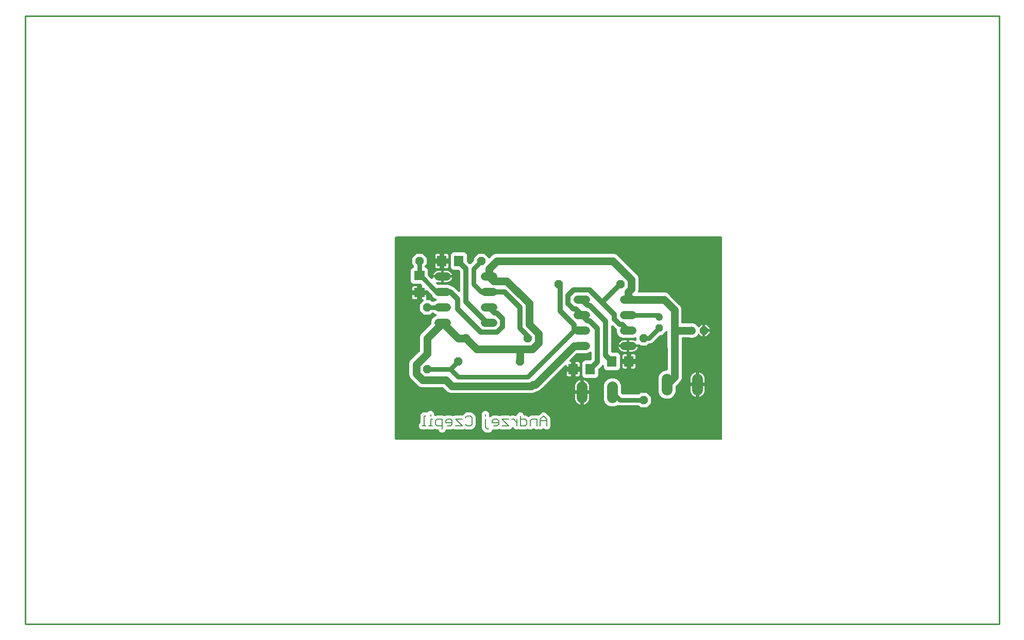
<source format=gbr>
G04 EAGLE Gerber RS-274X export*
G75*
%MOMM*%
%FSLAX34Y34*%
%LPD*%
%INBottom Copper*%
%IPPOS*%
%AMOC8*
5,1,8,0,0,1.08239X$1,22.5*%
G01*
%ADD10C,0.152400*%
%ADD11R,1.600000X1.800000*%
%ADD12R,1.800000X1.600000*%
%ADD13P,1.319650X8X292.500000*%
%ADD14C,1.219200*%
%ADD15P,1.429621X8X22.500000*%
%ADD16C,1.320800*%
%ADD17C,1.790700*%
%ADD18P,1.429621X8X202.500000*%
%ADD19P,1.429621X8X292.500000*%
%ADD20P,1.429621X8X112.500000*%
%ADD21C,1.320800*%
%ADD22C,1.270000*%
%ADD23C,0.762000*%
%ADD24C,0.812800*%
%ADD25C,0.254000*%

G36*
X1143018Y302771D02*
X1143018Y302771D01*
X1143036Y302769D01*
X1143218Y302790D01*
X1143401Y302809D01*
X1143418Y302814D01*
X1143435Y302816D01*
X1143610Y302873D01*
X1143786Y302927D01*
X1143801Y302935D01*
X1143818Y302941D01*
X1143978Y303031D01*
X1144140Y303119D01*
X1144153Y303130D01*
X1144169Y303139D01*
X1144308Y303259D01*
X1144449Y303376D01*
X1144460Y303390D01*
X1144474Y303402D01*
X1144586Y303547D01*
X1144701Y303690D01*
X1144709Y303706D01*
X1144720Y303720D01*
X1144802Y303885D01*
X1144887Y304047D01*
X1144892Y304064D01*
X1144900Y304081D01*
X1144947Y304259D01*
X1144998Y304434D01*
X1145000Y304452D01*
X1145004Y304469D01*
X1145031Y304800D01*
X1145031Y635000D01*
X1145029Y635018D01*
X1145031Y635036D01*
X1145010Y635218D01*
X1144991Y635401D01*
X1144986Y635418D01*
X1144984Y635435D01*
X1144927Y635610D01*
X1144873Y635786D01*
X1144865Y635801D01*
X1144859Y635818D01*
X1144769Y635978D01*
X1144681Y636140D01*
X1144670Y636153D01*
X1144661Y636169D01*
X1144541Y636308D01*
X1144424Y636449D01*
X1144410Y636460D01*
X1144398Y636474D01*
X1144253Y636586D01*
X1144110Y636701D01*
X1144094Y636709D01*
X1144080Y636720D01*
X1143915Y636802D01*
X1143753Y636887D01*
X1143736Y636892D01*
X1143720Y636900D01*
X1143541Y636947D01*
X1143366Y636998D01*
X1143348Y637000D01*
X1143331Y637004D01*
X1143000Y637031D01*
X609600Y637031D01*
X609582Y637029D01*
X609564Y637031D01*
X609382Y637010D01*
X609199Y636991D01*
X609182Y636986D01*
X609165Y636984D01*
X608990Y636927D01*
X608814Y636873D01*
X608799Y636865D01*
X608782Y636859D01*
X608622Y636769D01*
X608460Y636681D01*
X608447Y636670D01*
X608431Y636661D01*
X608292Y636541D01*
X608151Y636424D01*
X608140Y636410D01*
X608127Y636398D01*
X608014Y636253D01*
X607899Y636110D01*
X607891Y636094D01*
X607880Y636080D01*
X607798Y635915D01*
X607713Y635753D01*
X607708Y635736D01*
X607700Y635720D01*
X607653Y635541D01*
X607602Y635366D01*
X607600Y635348D01*
X607596Y635331D01*
X607569Y635000D01*
X607569Y304800D01*
X607571Y304782D01*
X607569Y304764D01*
X607590Y304582D01*
X607609Y304399D01*
X607614Y304382D01*
X607616Y304365D01*
X607673Y304190D01*
X607727Y304014D01*
X607735Y303999D01*
X607741Y303982D01*
X607831Y303822D01*
X607919Y303660D01*
X607930Y303647D01*
X607939Y303631D01*
X608059Y303492D01*
X608176Y303351D01*
X608190Y303340D01*
X608202Y303327D01*
X608347Y303214D01*
X608490Y303099D01*
X608506Y303091D01*
X608520Y303080D01*
X608685Y302998D01*
X608847Y302913D01*
X608864Y302908D01*
X608881Y302900D01*
X609059Y302853D01*
X609234Y302802D01*
X609252Y302800D01*
X609269Y302796D01*
X609600Y302769D01*
X1143000Y302769D01*
X1143018Y302771D01*
G37*
%LPC*%
G36*
X1051708Y370712D02*
X1051708Y370712D01*
X1046550Y372849D01*
X1042602Y376797D01*
X1040466Y381955D01*
X1040466Y405445D01*
X1042602Y410603D01*
X1046550Y414551D01*
X1046778Y414646D01*
X1051682Y416677D01*
X1051708Y416688D01*
X1053656Y416688D01*
X1053677Y416690D01*
X1053698Y416688D01*
X1053877Y416710D01*
X1054057Y416728D01*
X1054077Y416734D01*
X1054098Y416736D01*
X1054269Y416793D01*
X1054442Y416846D01*
X1054460Y416856D01*
X1054481Y416862D01*
X1054637Y416952D01*
X1054796Y417038D01*
X1054812Y417051D01*
X1054831Y417062D01*
X1054967Y417180D01*
X1055105Y417295D01*
X1055118Y417312D01*
X1055134Y417326D01*
X1055245Y417469D01*
X1055357Y417609D01*
X1055367Y417628D01*
X1055380Y417645D01*
X1055460Y417807D01*
X1055543Y417966D01*
X1055549Y417987D01*
X1055558Y418006D01*
X1055604Y418180D01*
X1055654Y418353D01*
X1055656Y418374D01*
X1055662Y418395D01*
X1055688Y418726D01*
X1055654Y429086D01*
X1055488Y479795D01*
X1055488Y479800D01*
X1055488Y479806D01*
X1055467Y480001D01*
X1055447Y480195D01*
X1055445Y480201D01*
X1055445Y480206D01*
X1055385Y480395D01*
X1055328Y480580D01*
X1055325Y480585D01*
X1055323Y480590D01*
X1055228Y480763D01*
X1055135Y480933D01*
X1055131Y480937D01*
X1055128Y480942D01*
X1055003Y481090D01*
X1054876Y481242D01*
X1054871Y481245D01*
X1054868Y481249D01*
X1054717Y481369D01*
X1054561Y481493D01*
X1054556Y481496D01*
X1054552Y481499D01*
X1054378Y481587D01*
X1054204Y481677D01*
X1054198Y481679D01*
X1054193Y481681D01*
X1054006Y481734D01*
X1053816Y481787D01*
X1053811Y481788D01*
X1053805Y481789D01*
X1053609Y481804D01*
X1053415Y481819D01*
X1053409Y481818D01*
X1053404Y481819D01*
X1053207Y481794D01*
X1053015Y481771D01*
X1053010Y481769D01*
X1053004Y481768D01*
X1052818Y481706D01*
X1052633Y481645D01*
X1052628Y481642D01*
X1052623Y481640D01*
X1052453Y481542D01*
X1052283Y481446D01*
X1052279Y481442D01*
X1052274Y481439D01*
X1052021Y481224D01*
X1046030Y475233D01*
X1043638Y475233D01*
X1043611Y475231D01*
X1043585Y475233D01*
X1043411Y475211D01*
X1043237Y475193D01*
X1043212Y475186D01*
X1043185Y475182D01*
X1043019Y475126D01*
X1042852Y475075D01*
X1042829Y475062D01*
X1042804Y475054D01*
X1042652Y474967D01*
X1042498Y474883D01*
X1042478Y474866D01*
X1042455Y474853D01*
X1042202Y474638D01*
X1032713Y465149D01*
X1029926Y462363D01*
X1026659Y461009D01*
X1024475Y461009D01*
X1024449Y461007D01*
X1024422Y461009D01*
X1024248Y460987D01*
X1024075Y460969D01*
X1024049Y460962D01*
X1024023Y460958D01*
X1023857Y460903D01*
X1023690Y460851D01*
X1023666Y460838D01*
X1023641Y460830D01*
X1023489Y460743D01*
X1023336Y460659D01*
X1023315Y460642D01*
X1023292Y460629D01*
X1023039Y460414D01*
X1020840Y458215D01*
X1011160Y458215D01*
X1009808Y459567D01*
X1009678Y459674D01*
X1009551Y459785D01*
X1009522Y459801D01*
X1009497Y459822D01*
X1009348Y459901D01*
X1009202Y459985D01*
X1009170Y459995D01*
X1009141Y460011D01*
X1008980Y460059D01*
X1008820Y460112D01*
X1008787Y460116D01*
X1008755Y460126D01*
X1008587Y460141D01*
X1008420Y460162D01*
X1008387Y460159D01*
X1008354Y460162D01*
X1008186Y460144D01*
X1008019Y460131D01*
X1007987Y460122D01*
X1007954Y460119D01*
X1007793Y460068D01*
X1007631Y460022D01*
X1007602Y460007D01*
X1007570Y459997D01*
X1007423Y459916D01*
X1007273Y459839D01*
X1007247Y459818D01*
X1007218Y459802D01*
X1007089Y459693D01*
X1006957Y459589D01*
X1006936Y459563D01*
X1006911Y459542D01*
X1006806Y459410D01*
X1006698Y459281D01*
X1006682Y459252D01*
X1006665Y459231D01*
X992631Y459231D01*
X992631Y466345D01*
X997924Y466345D01*
X999345Y466120D01*
X1000714Y465675D01*
X1001362Y465345D01*
X1001449Y465311D01*
X1001531Y465268D01*
X1001636Y465238D01*
X1001737Y465199D01*
X1001829Y465182D01*
X1001918Y465157D01*
X1002027Y465148D01*
X1002133Y465129D01*
X1002227Y465131D01*
X1002320Y465124D01*
X1002427Y465136D01*
X1002536Y465139D01*
X1002627Y465160D01*
X1002719Y465171D01*
X1002823Y465204D01*
X1002929Y465228D01*
X1003014Y465267D01*
X1003102Y465296D01*
X1003197Y465349D01*
X1003296Y465393D01*
X1003372Y465448D01*
X1003453Y465493D01*
X1003535Y465564D01*
X1003623Y465628D01*
X1003687Y465696D01*
X1003758Y465757D01*
X1003824Y465842D01*
X1003898Y465922D01*
X1003947Y466001D01*
X1004004Y466075D01*
X1004053Y466172D01*
X1004110Y466264D01*
X1004142Y466352D01*
X1004184Y466435D01*
X1004212Y466540D01*
X1004249Y466642D01*
X1004264Y466734D01*
X1004288Y466824D01*
X1004299Y466958D01*
X1004312Y467040D01*
X1004310Y467089D01*
X1004315Y467155D01*
X1004315Y469858D01*
X1004314Y469872D01*
X1004315Y469885D01*
X1004294Y470071D01*
X1004275Y470259D01*
X1004271Y470272D01*
X1004270Y470285D01*
X1004212Y470464D01*
X1004157Y470644D01*
X1004151Y470655D01*
X1004147Y470668D01*
X1004055Y470833D01*
X1003965Y470998D01*
X1003957Y471008D01*
X1003950Y471020D01*
X1003828Y471162D01*
X1003708Y471307D01*
X1003697Y471315D01*
X1003689Y471326D01*
X1003541Y471441D01*
X1003394Y471559D01*
X1003382Y471565D01*
X1003372Y471574D01*
X1003203Y471658D01*
X1003037Y471745D01*
X1003024Y471749D01*
X1003012Y471755D01*
X1002831Y471804D01*
X1002650Y471856D01*
X1002636Y471857D01*
X1002623Y471861D01*
X1002435Y471874D01*
X1002248Y471889D01*
X1002235Y471888D01*
X1002222Y471888D01*
X1002034Y471864D01*
X1001849Y471842D01*
X1001836Y471838D01*
X1001823Y471836D01*
X1001507Y471735D01*
X999528Y470915D01*
X981672Y470915D01*
X977377Y472694D01*
X974090Y475981D01*
X972311Y480276D01*
X972311Y483640D01*
X972309Y483666D01*
X972311Y483693D01*
X972289Y483867D01*
X972271Y484040D01*
X972264Y484066D01*
X972260Y484092D01*
X972204Y484258D01*
X972153Y484425D01*
X972140Y484449D01*
X972132Y484474D01*
X972045Y484625D01*
X971961Y484779D01*
X971944Y484800D01*
X971931Y484823D01*
X971716Y485076D01*
X969435Y487358D01*
X966412Y490380D01*
X966405Y490386D01*
X966400Y490393D01*
X966250Y490513D01*
X966101Y490635D01*
X966093Y490639D01*
X966086Y490645D01*
X965916Y490733D01*
X965745Y490824D01*
X965736Y490826D01*
X965729Y490830D01*
X965544Y490883D01*
X965359Y490939D01*
X965350Y490939D01*
X965342Y490942D01*
X965151Y490957D01*
X964958Y490975D01*
X964949Y490974D01*
X964940Y490975D01*
X964751Y490952D01*
X964558Y490932D01*
X964549Y490929D01*
X964541Y490928D01*
X964359Y490868D01*
X964174Y490810D01*
X964166Y490806D01*
X964158Y490803D01*
X963989Y490708D01*
X963822Y490615D01*
X963815Y490609D01*
X963807Y490605D01*
X963661Y490479D01*
X963515Y490355D01*
X963509Y490348D01*
X963502Y490342D01*
X963385Y490190D01*
X963265Y490039D01*
X963261Y490031D01*
X963256Y490024D01*
X963170Y489852D01*
X963083Y489680D01*
X963080Y489671D01*
X963076Y489663D01*
X963026Y489477D01*
X962975Y489292D01*
X962974Y489283D01*
X962972Y489274D01*
X962945Y488944D01*
X962945Y447912D01*
X962947Y447894D01*
X962945Y447876D01*
X962966Y447694D01*
X962985Y447511D01*
X962990Y447494D01*
X962992Y447477D01*
X963049Y447302D01*
X963103Y447126D01*
X963111Y447111D01*
X963117Y447094D01*
X963207Y446934D01*
X963295Y446772D01*
X963306Y446759D01*
X963315Y446743D01*
X963435Y446604D01*
X963552Y446463D01*
X963566Y446452D01*
X963578Y446438D01*
X963723Y446326D01*
X963866Y446211D01*
X963882Y446203D01*
X963896Y446192D01*
X964061Y446110D01*
X964223Y446025D01*
X964240Y446020D01*
X964256Y446012D01*
X964435Y445965D01*
X964610Y445914D01*
X964628Y445912D01*
X964645Y445908D01*
X964976Y445881D01*
X972911Y445881D01*
X974778Y445107D01*
X976207Y443678D01*
X976981Y441811D01*
X976981Y421789D01*
X976207Y419922D01*
X974778Y418493D01*
X972911Y417719D01*
X954889Y417719D01*
X953022Y418493D01*
X951593Y419922D01*
X950819Y421789D01*
X950819Y423683D01*
X950818Y423692D01*
X950819Y423701D01*
X950799Y423891D01*
X950779Y424083D01*
X950777Y424092D01*
X950776Y424101D01*
X950718Y424283D01*
X950661Y424468D01*
X950657Y424476D01*
X950654Y424485D01*
X950561Y424653D01*
X950469Y424822D01*
X950464Y424829D01*
X950459Y424837D01*
X950335Y424984D01*
X950212Y425132D01*
X950205Y425137D01*
X950199Y425144D01*
X950048Y425263D01*
X949898Y425384D01*
X949890Y425388D01*
X949883Y425394D01*
X949710Y425481D01*
X949541Y425569D01*
X949532Y425572D01*
X949524Y425576D01*
X949338Y425628D01*
X949154Y425681D01*
X949145Y425682D01*
X949136Y425684D01*
X948943Y425698D01*
X948752Y425714D01*
X948744Y425713D01*
X948735Y425713D01*
X948542Y425689D01*
X948353Y425667D01*
X948344Y425664D01*
X948335Y425663D01*
X948152Y425602D01*
X947970Y425542D01*
X947962Y425538D01*
X947954Y425535D01*
X947788Y425439D01*
X947619Y425344D01*
X947612Y425338D01*
X947605Y425334D01*
X947352Y425119D01*
X944694Y422462D01*
X942076Y419843D01*
X942059Y419822D01*
X942038Y419805D01*
X941931Y419667D01*
X941821Y419532D01*
X941808Y419508D01*
X941792Y419487D01*
X941714Y419330D01*
X941632Y419176D01*
X941624Y419150D01*
X941612Y419126D01*
X941567Y418957D01*
X941517Y418790D01*
X941515Y418763D01*
X941508Y418737D01*
X941481Y418407D01*
X941481Y409089D01*
X940707Y407222D01*
X939278Y405793D01*
X937411Y405019D01*
X919389Y405019D01*
X917522Y405793D01*
X916093Y407222D01*
X915319Y409089D01*
X915319Y429111D01*
X916093Y430978D01*
X917522Y432407D01*
X918776Y432927D01*
X919389Y433181D01*
X928624Y433181D01*
X928642Y433183D01*
X928660Y433181D01*
X928842Y433202D01*
X929025Y433221D01*
X929042Y433226D01*
X929059Y433228D01*
X929234Y433285D01*
X929410Y433339D01*
X929425Y433347D01*
X929442Y433353D01*
X929602Y433443D01*
X929764Y433531D01*
X929777Y433542D01*
X929793Y433551D01*
X929932Y433671D01*
X930073Y433788D01*
X930084Y433802D01*
X930098Y433814D01*
X930210Y433959D01*
X930325Y434102D01*
X930333Y434118D01*
X930344Y434132D01*
X930426Y434297D01*
X930511Y434459D01*
X930516Y434476D01*
X930524Y434492D01*
X930571Y434671D01*
X930622Y434846D01*
X930624Y434864D01*
X930628Y434881D01*
X930655Y435212D01*
X930655Y445510D01*
X930654Y445524D01*
X930655Y445537D01*
X930634Y445723D01*
X930615Y445911D01*
X930611Y445924D01*
X930610Y445937D01*
X930552Y446116D01*
X930497Y446296D01*
X930491Y446308D01*
X930487Y446320D01*
X930395Y446485D01*
X930305Y446650D01*
X930297Y446660D01*
X930290Y446672D01*
X930168Y446815D01*
X930048Y446959D01*
X930037Y446967D01*
X930029Y446978D01*
X929880Y447094D01*
X929734Y447211D01*
X929722Y447218D01*
X929712Y447226D01*
X929543Y447311D01*
X929377Y447397D01*
X929364Y447401D01*
X929352Y447407D01*
X929170Y447456D01*
X928990Y447508D01*
X928976Y447509D01*
X928963Y447513D01*
X928775Y447526D01*
X928588Y447541D01*
X928575Y447540D01*
X928562Y447541D01*
X928374Y447516D01*
X928189Y447494D01*
X928176Y447490D01*
X928163Y447488D01*
X927847Y447387D01*
X923328Y445515D01*
X907022Y445515D01*
X906996Y445513D01*
X906969Y445515D01*
X906795Y445493D01*
X906621Y445475D01*
X906596Y445468D01*
X906569Y445464D01*
X906404Y445409D01*
X906237Y445357D01*
X906213Y445344D01*
X906188Y445336D01*
X906036Y445249D01*
X905883Y445165D01*
X905862Y445148D01*
X905839Y445135D01*
X905586Y444920D01*
X894774Y434108D01*
X894768Y434101D01*
X894761Y434096D01*
X894641Y433946D01*
X894519Y433797D01*
X894514Y433789D01*
X894509Y433782D01*
X894420Y433611D01*
X894330Y433441D01*
X894328Y433433D01*
X894323Y433425D01*
X894270Y433239D01*
X894215Y433055D01*
X894214Y433046D01*
X894212Y433038D01*
X894196Y432846D01*
X894179Y432654D01*
X894180Y432645D01*
X894179Y432636D01*
X894201Y432447D01*
X894222Y432254D01*
X894225Y432245D01*
X894226Y432237D01*
X894285Y432055D01*
X894344Y431870D01*
X894348Y431862D01*
X894351Y431854D01*
X894446Y431685D01*
X894539Y431518D01*
X894544Y431511D01*
X894549Y431503D01*
X894675Y431357D01*
X894799Y431211D01*
X894806Y431205D01*
X894812Y431198D01*
X894963Y431081D01*
X895115Y430961D01*
X895123Y430957D01*
X895130Y430952D01*
X895302Y430866D01*
X895474Y430779D01*
X895483Y430776D01*
X895491Y430772D01*
X895677Y430722D01*
X895862Y430671D01*
X895871Y430670D01*
X895879Y430668D01*
X896210Y430641D01*
X896401Y430641D01*
X896401Y423099D01*
X889859Y423099D01*
X889859Y424290D01*
X889858Y424299D01*
X889859Y424308D01*
X889838Y424501D01*
X889819Y424691D01*
X889817Y424699D01*
X889816Y424708D01*
X889757Y424892D01*
X889701Y425075D01*
X889697Y425083D01*
X889694Y425092D01*
X889601Y425260D01*
X889509Y425429D01*
X889504Y425436D01*
X889499Y425444D01*
X889375Y425591D01*
X889252Y425739D01*
X889245Y425744D01*
X889239Y425751D01*
X889087Y425871D01*
X888938Y425991D01*
X888930Y425995D01*
X888923Y426001D01*
X888750Y426089D01*
X888581Y426177D01*
X888572Y426179D01*
X888564Y426183D01*
X888378Y426235D01*
X888194Y426288D01*
X888185Y426289D01*
X888176Y426291D01*
X887983Y426305D01*
X887792Y426321D01*
X887784Y426320D01*
X887775Y426320D01*
X887582Y426296D01*
X887393Y426274D01*
X887384Y426271D01*
X887375Y426270D01*
X887193Y426209D01*
X887010Y426149D01*
X887002Y426145D01*
X886994Y426142D01*
X886827Y426046D01*
X886659Y425951D01*
X886652Y425945D01*
X886645Y425941D01*
X886392Y425726D01*
X848176Y387511D01*
X844675Y384009D01*
X840474Y382269D01*
X839929Y382269D01*
X839902Y382267D01*
X839875Y382269D01*
X839702Y382247D01*
X839528Y382229D01*
X839503Y382222D01*
X839476Y382218D01*
X839310Y382163D01*
X839143Y382111D01*
X839120Y382098D01*
X839094Y382090D01*
X838943Y382003D01*
X838789Y381919D01*
X838769Y381902D01*
X838745Y381889D01*
X838492Y381674D01*
X838288Y381469D01*
X834253Y379798D01*
X834086Y379729D01*
X698766Y379729D01*
X694565Y381469D01*
X686994Y389040D01*
X686973Y389057D01*
X686956Y389078D01*
X686818Y389185D01*
X686683Y389295D01*
X686659Y389308D01*
X686638Y389324D01*
X686481Y389402D01*
X686327Y389484D01*
X686301Y389492D01*
X686277Y389504D01*
X686108Y389549D01*
X685941Y389599D01*
X685914Y389601D01*
X685889Y389608D01*
X685558Y389635D01*
X650656Y389635D01*
X646455Y391375D01*
X632675Y405155D01*
X630935Y409356D01*
X630935Y428844D01*
X632675Y433045D01*
X646506Y446876D01*
X646614Y446934D01*
X646638Y446953D01*
X646665Y446969D01*
X646918Y447184D01*
X648374Y448640D01*
X648391Y448661D01*
X648412Y448678D01*
X648519Y448816D01*
X648629Y448951D01*
X648642Y448975D01*
X648658Y448996D01*
X648736Y449153D01*
X648818Y449307D01*
X648826Y449333D01*
X648838Y449357D01*
X648883Y449526D01*
X648933Y449693D01*
X648935Y449720D01*
X648942Y449745D01*
X648969Y450076D01*
X648969Y472174D01*
X650709Y476375D01*
X666916Y492582D01*
X666933Y492603D01*
X666954Y492620D01*
X667061Y492758D01*
X667171Y492893D01*
X667184Y492917D01*
X667200Y492938D01*
X667278Y493095D01*
X667360Y493249D01*
X667368Y493275D01*
X667380Y493299D01*
X667425Y493468D01*
X667475Y493635D01*
X667477Y493662D01*
X667484Y493687D01*
X667511Y494018D01*
X667511Y497624D01*
X669290Y501919D01*
X672577Y505206D01*
X674792Y506123D01*
X674800Y506128D01*
X674809Y506130D01*
X674979Y506223D01*
X675147Y506314D01*
X675154Y506319D01*
X675162Y506324D01*
X675310Y506448D01*
X675458Y506570D01*
X675463Y506577D01*
X675470Y506583D01*
X675590Y506733D01*
X675711Y506883D01*
X675715Y506891D01*
X675721Y506898D01*
X675808Y507067D01*
X675898Y507239D01*
X675901Y507248D01*
X675905Y507256D01*
X675957Y507438D01*
X676011Y507626D01*
X676012Y507635D01*
X676015Y507643D01*
X676029Y507834D01*
X676046Y508027D01*
X676045Y508036D01*
X676046Y508044D01*
X676022Y508235D01*
X676001Y508427D01*
X675998Y508435D01*
X675997Y508444D01*
X675937Y508626D01*
X675878Y508810D01*
X675873Y508818D01*
X675870Y508826D01*
X675775Y508994D01*
X675681Y509162D01*
X675676Y509168D01*
X675671Y509176D01*
X675544Y509322D01*
X675419Y509467D01*
X675412Y509473D01*
X675407Y509480D01*
X675254Y509597D01*
X675102Y509716D01*
X675094Y509720D01*
X675087Y509725D01*
X674792Y509877D01*
X672577Y510794D01*
X672157Y511214D01*
X672136Y511231D01*
X672119Y511252D01*
X671981Y511359D01*
X671845Y511469D01*
X671822Y511482D01*
X671801Y511498D01*
X671644Y511576D01*
X671490Y511658D01*
X671464Y511666D01*
X671440Y511678D01*
X671271Y511723D01*
X671104Y511773D01*
X671077Y511775D01*
X671051Y511782D01*
X670721Y511809D01*
X668875Y511809D01*
X668849Y511807D01*
X668822Y511809D01*
X668648Y511787D01*
X668475Y511769D01*
X668449Y511762D01*
X668423Y511758D01*
X668257Y511703D01*
X668090Y511651D01*
X668066Y511638D01*
X668041Y511630D01*
X667889Y511543D01*
X667736Y511459D01*
X667715Y511442D01*
X667692Y511429D01*
X667439Y511214D01*
X665240Y509015D01*
X655560Y509015D01*
X648715Y515860D01*
X648715Y525540D01*
X653967Y530792D01*
X653973Y530799D01*
X653980Y530804D01*
X654100Y530954D01*
X654222Y531103D01*
X654226Y531111D01*
X654232Y531118D01*
X654320Y531288D01*
X654411Y531459D01*
X654413Y531468D01*
X654417Y531475D01*
X654471Y531660D01*
X654526Y531845D01*
X654526Y531854D01*
X654529Y531862D01*
X654544Y532054D01*
X654562Y532246D01*
X654561Y532255D01*
X654562Y532264D01*
X654539Y532453D01*
X654519Y532646D01*
X654516Y532655D01*
X654515Y532663D01*
X654455Y532845D01*
X654397Y533030D01*
X654393Y533038D01*
X654390Y533046D01*
X654295Y533215D01*
X654202Y533382D01*
X654196Y533389D01*
X654192Y533397D01*
X654066Y533543D01*
X653942Y533689D01*
X653935Y533695D01*
X653929Y533702D01*
X653777Y533819D01*
X653626Y533939D01*
X653618Y533943D01*
X653611Y533948D01*
X653439Y534034D01*
X653267Y534121D01*
X653258Y534124D01*
X653250Y534128D01*
X653064Y534178D01*
X652879Y534229D01*
X652870Y534230D01*
X652861Y534232D01*
X652531Y534259D01*
X651699Y534259D01*
X651699Y540801D01*
X659241Y540801D01*
X659241Y536465D01*
X659068Y535819D01*
X658844Y535432D01*
X658783Y535298D01*
X658716Y535169D01*
X658701Y535115D01*
X658678Y535065D01*
X658645Y534922D01*
X658605Y534782D01*
X658600Y534726D01*
X658588Y534672D01*
X658584Y534526D01*
X658572Y534380D01*
X658578Y534325D01*
X658577Y534270D01*
X658602Y534126D01*
X658619Y533981D01*
X658636Y533928D01*
X658645Y533873D01*
X658698Y533737D01*
X658744Y533598D01*
X658771Y533549D01*
X658791Y533498D01*
X658870Y533374D01*
X658942Y533247D01*
X658978Y533205D01*
X659008Y533158D01*
X659109Y533053D01*
X659205Y532942D01*
X659249Y532908D01*
X659287Y532869D01*
X659407Y532785D01*
X659523Y532696D01*
X659573Y532671D01*
X659618Y532639D01*
X659752Y532582D01*
X659883Y532516D01*
X659937Y532502D01*
X659988Y532480D01*
X660131Y532450D01*
X660272Y532412D01*
X660335Y532407D01*
X660382Y532397D01*
X660466Y532396D01*
X660603Y532385D01*
X665240Y532385D01*
X667439Y530186D01*
X667460Y530169D01*
X667477Y530148D01*
X667615Y530041D01*
X667751Y529931D01*
X667774Y529918D01*
X667795Y529902D01*
X667952Y529824D01*
X668106Y529742D01*
X668132Y529734D01*
X668156Y529722D01*
X668325Y529677D01*
X668492Y529627D01*
X668519Y529625D01*
X668545Y529618D01*
X668875Y529591D01*
X670721Y529591D01*
X670747Y529593D01*
X670774Y529591D01*
X670948Y529613D01*
X671121Y529631D01*
X671147Y529638D01*
X671173Y529642D01*
X671339Y529697D01*
X671506Y529749D01*
X671530Y529762D01*
X671555Y529770D01*
X671707Y529857D01*
X671860Y529941D01*
X671881Y529958D01*
X671904Y529971D01*
X672157Y530186D01*
X672577Y530606D01*
X674792Y531523D01*
X674800Y531528D01*
X674809Y531530D01*
X674979Y531623D01*
X675147Y531714D01*
X675154Y531719D01*
X675162Y531724D01*
X675310Y531848D01*
X675458Y531970D01*
X675463Y531977D01*
X675470Y531983D01*
X675590Y532133D01*
X675711Y532283D01*
X675715Y532291D01*
X675721Y532298D01*
X675808Y532467D01*
X675898Y532639D01*
X675901Y532648D01*
X675905Y532656D01*
X675957Y532838D01*
X676011Y533026D01*
X676012Y533035D01*
X676015Y533043D01*
X676029Y533234D01*
X676046Y533427D01*
X676045Y533436D01*
X676046Y533444D01*
X676022Y533635D01*
X676001Y533827D01*
X675998Y533835D01*
X675997Y533844D01*
X675937Y534026D01*
X675878Y534210D01*
X675873Y534218D01*
X675870Y534226D01*
X675775Y534394D01*
X675681Y534562D01*
X675676Y534568D01*
X675671Y534576D01*
X675544Y534722D01*
X675419Y534867D01*
X675412Y534873D01*
X675407Y534880D01*
X675254Y534997D01*
X675102Y535116D01*
X675094Y535120D01*
X675087Y535125D01*
X674792Y535277D01*
X672577Y536194D01*
X669290Y539481D01*
X668930Y540350D01*
X668915Y540378D01*
X668906Y540407D01*
X668821Y540555D01*
X668740Y540705D01*
X668720Y540729D01*
X668705Y540756D01*
X668490Y541009D01*
X668150Y541349D01*
X668149Y541350D01*
X661295Y548204D01*
X661274Y548221D01*
X661256Y548242D01*
X661119Y548349D01*
X660983Y548459D01*
X660960Y548472D01*
X660938Y548488D01*
X660781Y548566D01*
X660627Y548648D01*
X660602Y548656D01*
X660578Y548668D01*
X660408Y548713D01*
X660242Y548763D01*
X660215Y548765D01*
X660189Y548772D01*
X659858Y548799D01*
X651699Y548799D01*
X651699Y556958D01*
X651697Y556985D01*
X651699Y557012D01*
X651677Y557186D01*
X651659Y557359D01*
X651652Y557384D01*
X651648Y557411D01*
X651593Y557577D01*
X651541Y557744D01*
X651528Y557767D01*
X651520Y557793D01*
X651433Y557944D01*
X651349Y558098D01*
X651332Y558118D01*
X651319Y558142D01*
X651104Y558395D01*
X650375Y559124D01*
X650354Y559141D01*
X650336Y559162D01*
X650199Y559269D01*
X650063Y559379D01*
X650040Y559392D01*
X650018Y559408D01*
X649861Y559486D01*
X649707Y559568D01*
X649682Y559576D01*
X649658Y559588D01*
X649488Y559633D01*
X649322Y559683D01*
X649295Y559685D01*
X649269Y559692D01*
X648938Y559719D01*
X637689Y559719D01*
X635822Y560493D01*
X634393Y561922D01*
X633619Y563789D01*
X633619Y581811D01*
X634393Y583678D01*
X635822Y585107D01*
X637555Y585825D01*
X637575Y585836D01*
X637596Y585843D01*
X637752Y585931D01*
X637910Y586015D01*
X637927Y586030D01*
X637947Y586041D01*
X638082Y586157D01*
X638221Y586272D01*
X638235Y586289D01*
X638252Y586304D01*
X638361Y586445D01*
X638474Y586584D01*
X638485Y586604D01*
X638498Y586622D01*
X638578Y586782D01*
X638661Y586941D01*
X638668Y586962D01*
X638678Y586982D01*
X638724Y587156D01*
X638774Y587327D01*
X638776Y587350D01*
X638782Y587371D01*
X638809Y587702D01*
X638809Y588425D01*
X638807Y588451D01*
X638809Y588478D01*
X638787Y588652D01*
X638769Y588825D01*
X638762Y588851D01*
X638758Y588877D01*
X638702Y589043D01*
X638651Y589210D01*
X638638Y589234D01*
X638630Y589259D01*
X638543Y589410D01*
X638459Y589564D01*
X638442Y589585D01*
X638429Y589608D01*
X638214Y589861D01*
X636015Y592060D01*
X636015Y601740D01*
X642860Y608585D01*
X652540Y608585D01*
X659385Y601740D01*
X659385Y592060D01*
X657186Y589861D01*
X657169Y589840D01*
X657148Y589823D01*
X657041Y589685D01*
X656931Y589550D01*
X656918Y589526D01*
X656902Y589505D01*
X656824Y589348D01*
X656742Y589194D01*
X656734Y589168D01*
X656722Y589144D01*
X656677Y588975D01*
X656627Y588808D01*
X656625Y588781D01*
X656618Y588755D01*
X656591Y588425D01*
X656591Y587702D01*
X656593Y587680D01*
X656591Y587657D01*
X656613Y587480D01*
X656631Y587301D01*
X656637Y587280D01*
X656640Y587258D01*
X656696Y587088D01*
X656749Y586916D01*
X656759Y586897D01*
X656766Y586875D01*
X656855Y586720D01*
X656941Y586562D01*
X656955Y586545D01*
X656966Y586526D01*
X657083Y586391D01*
X657198Y586253D01*
X657216Y586239D01*
X657230Y586222D01*
X657372Y586113D01*
X657512Y586001D01*
X657532Y585990D01*
X657550Y585977D01*
X657845Y585825D01*
X659578Y585107D01*
X661007Y583678D01*
X661781Y581811D01*
X661781Y573706D01*
X661783Y573680D01*
X661781Y573653D01*
X661803Y573479D01*
X661821Y573306D01*
X661828Y573280D01*
X661832Y573254D01*
X661887Y573088D01*
X661939Y572921D01*
X661952Y572897D01*
X661960Y572872D01*
X662047Y572720D01*
X662131Y572567D01*
X662148Y572546D01*
X662161Y572523D01*
X662376Y572270D01*
X666795Y567851D01*
X666925Y567744D01*
X667052Y567633D01*
X667081Y567617D01*
X667106Y567596D01*
X667255Y567517D01*
X667401Y567433D01*
X667433Y567423D01*
X667462Y567407D01*
X667623Y567359D01*
X667783Y567306D01*
X667816Y567302D01*
X667848Y567292D01*
X668016Y567277D01*
X668183Y567257D01*
X668216Y567259D01*
X668249Y567256D01*
X668417Y567274D01*
X668584Y567287D01*
X668616Y567296D01*
X668649Y567299D01*
X668810Y567350D01*
X668972Y567396D01*
X669001Y567411D01*
X669033Y567421D01*
X669180Y567502D01*
X669330Y567579D01*
X669356Y567600D01*
X669385Y567616D01*
X669514Y567725D01*
X669646Y567829D01*
X669667Y567855D01*
X669692Y567876D01*
X669797Y568008D01*
X669905Y568137D01*
X669921Y568166D01*
X669942Y568192D01*
X670018Y568342D01*
X670099Y568490D01*
X670109Y568521D01*
X670124Y568551D01*
X670170Y568713D01*
X670220Y568874D01*
X670223Y568907D01*
X670232Y568939D01*
X670245Y569107D01*
X670262Y569274D01*
X670260Y569311D01*
X670262Y569340D01*
X670251Y569426D01*
X670248Y569469D01*
X683769Y569469D01*
X683769Y562355D01*
X678476Y562355D01*
X677301Y562541D01*
X677133Y562551D01*
X676965Y562566D01*
X676932Y562563D01*
X676899Y562565D01*
X676733Y562541D01*
X676565Y562523D01*
X676533Y562513D01*
X676500Y562508D01*
X676342Y562452D01*
X676181Y562401D01*
X676152Y562385D01*
X676121Y562374D01*
X675976Y562288D01*
X675829Y562207D01*
X675804Y562185D01*
X675775Y562168D01*
X675650Y562055D01*
X675522Y561946D01*
X675501Y561920D01*
X675477Y561898D01*
X675377Y561762D01*
X675272Y561630D01*
X675257Y561601D01*
X675237Y561574D01*
X675166Y561422D01*
X675090Y561271D01*
X675081Y561239D01*
X675067Y561209D01*
X675027Y561046D01*
X674982Y560883D01*
X674980Y560850D01*
X674972Y560818D01*
X674965Y560650D01*
X674953Y560482D01*
X674957Y560449D01*
X674955Y560416D01*
X674982Y560250D01*
X675003Y560082D01*
X675014Y560051D01*
X675019Y560018D01*
X675078Y559860D01*
X675131Y559701D01*
X675148Y559672D01*
X675159Y559641D01*
X675248Y559498D01*
X675332Y559352D01*
X675356Y559323D01*
X675372Y559299D01*
X675431Y559236D01*
X675547Y559099D01*
X676266Y558380D01*
X676287Y558363D01*
X676304Y558342D01*
X676442Y558235D01*
X676578Y558125D01*
X676601Y558112D01*
X676622Y558096D01*
X676779Y558018D01*
X676933Y557936D01*
X676959Y557928D01*
X676983Y557916D01*
X677152Y557871D01*
X677319Y557821D01*
X677346Y557819D01*
X677372Y557812D01*
X677702Y557785D01*
X694728Y557785D01*
X699023Y556006D01*
X699189Y555840D01*
X699210Y555823D01*
X699227Y555802D01*
X699365Y555695D01*
X699501Y555585D01*
X699524Y555572D01*
X699545Y555556D01*
X699702Y555478D01*
X699856Y555396D01*
X699882Y555388D01*
X699906Y555376D01*
X700075Y555331D01*
X700203Y555293D01*
X703680Y553853D01*
X711034Y546499D01*
X711041Y546493D01*
X711046Y546486D01*
X711196Y546366D01*
X711345Y546244D01*
X711353Y546240D01*
X711360Y546234D01*
X711530Y546146D01*
X711701Y546055D01*
X711710Y546053D01*
X711717Y546049D01*
X711902Y545995D01*
X712087Y545940D01*
X712096Y545940D01*
X712104Y545937D01*
X712296Y545921D01*
X712488Y545904D01*
X712497Y545905D01*
X712506Y545904D01*
X712695Y545926D01*
X712888Y545947D01*
X712897Y545950D01*
X712905Y545951D01*
X713087Y546011D01*
X713272Y546069D01*
X713280Y546073D01*
X713288Y546076D01*
X713457Y546171D01*
X713624Y546264D01*
X713631Y546269D01*
X713639Y546274D01*
X713785Y546400D01*
X713931Y546524D01*
X713937Y546531D01*
X713944Y546537D01*
X714061Y546688D01*
X714181Y546840D01*
X714185Y546848D01*
X714190Y546855D01*
X714276Y547027D01*
X714363Y547199D01*
X714366Y547208D01*
X714370Y547216D01*
X714420Y547402D01*
X714471Y547587D01*
X714472Y547596D01*
X714474Y547604D01*
X714501Y547935D01*
X714501Y579825D01*
X714499Y579851D01*
X714501Y579878D01*
X714479Y580052D01*
X714461Y580225D01*
X714454Y580251D01*
X714450Y580277D01*
X714394Y580443D01*
X714343Y580610D01*
X714331Y580634D01*
X714322Y580659D01*
X714235Y580811D01*
X714151Y580964D01*
X714134Y580985D01*
X714121Y581008D01*
X713906Y581261D01*
X712943Y582224D01*
X712922Y582241D01*
X712905Y582262D01*
X712767Y582368D01*
X712632Y582479D01*
X712608Y582492D01*
X712587Y582508D01*
X712430Y582586D01*
X712276Y582668D01*
X712250Y582676D01*
X712226Y582688D01*
X712057Y582733D01*
X711890Y582783D01*
X711863Y582785D01*
X711837Y582792D01*
X711507Y582819D01*
X703489Y582819D01*
X701622Y583593D01*
X700193Y585022D01*
X699419Y586889D01*
X699419Y606911D01*
X700193Y608778D01*
X701622Y610207D01*
X703489Y610981D01*
X721511Y610981D01*
X723378Y610207D01*
X724807Y608778D01*
X725581Y606911D01*
X725581Y596293D01*
X725583Y596267D01*
X725581Y596240D01*
X725603Y596066D01*
X725621Y595893D01*
X725628Y595867D01*
X725632Y595840D01*
X725688Y595675D01*
X725739Y595508D01*
X725752Y595484D01*
X725760Y595459D01*
X725847Y595308D01*
X725931Y595154D01*
X725948Y595133D01*
X725961Y595110D01*
X726176Y594857D01*
X728540Y592492D01*
X728993Y592039D01*
X729007Y592028D01*
X729019Y592014D01*
X729162Y591901D01*
X729305Y591784D01*
X729321Y591776D01*
X729335Y591765D01*
X729498Y591682D01*
X729660Y591596D01*
X729678Y591590D01*
X729694Y591582D01*
X729871Y591533D01*
X730046Y591481D01*
X730064Y591479D01*
X730081Y591474D01*
X730265Y591461D01*
X730447Y591444D01*
X730465Y591446D01*
X730483Y591445D01*
X730665Y591468D01*
X730848Y591488D01*
X730865Y591493D01*
X730882Y591495D01*
X731057Y591554D01*
X731231Y591609D01*
X731247Y591618D01*
X731264Y591624D01*
X731423Y591715D01*
X731584Y591804D01*
X731597Y591816D01*
X731613Y591825D01*
X731866Y592039D01*
X737020Y597194D01*
X737037Y597214D01*
X737058Y597232D01*
X737164Y597369D01*
X737275Y597505D01*
X737288Y597529D01*
X737304Y597550D01*
X737382Y597707D01*
X737464Y597861D01*
X737472Y597886D01*
X737484Y597911D01*
X737529Y598080D01*
X737579Y598247D01*
X737581Y598273D01*
X737588Y598299D01*
X737615Y598630D01*
X737615Y601740D01*
X744460Y608585D01*
X754140Y608585D01*
X760795Y601929D01*
X760803Y601923D01*
X760805Y601920D01*
X760811Y601916D01*
X760821Y601905D01*
X760964Y601791D01*
X761107Y601674D01*
X761123Y601666D01*
X761136Y601655D01*
X761301Y601572D01*
X761462Y601486D01*
X761479Y601481D01*
X761495Y601473D01*
X761673Y601423D01*
X761848Y601371D01*
X761866Y601369D01*
X761883Y601365D01*
X762067Y601351D01*
X762249Y601335D01*
X762267Y601336D01*
X762285Y601335D01*
X762467Y601358D01*
X762650Y601378D01*
X762667Y601383D01*
X762684Y601386D01*
X762858Y601444D01*
X763033Y601499D01*
X763049Y601508D01*
X763066Y601514D01*
X763225Y601606D01*
X763386Y601694D01*
X763399Y601706D01*
X763415Y601715D01*
X763668Y601929D01*
X764650Y602912D01*
X764670Y602936D01*
X764694Y602957D01*
X764798Y603092D01*
X764905Y603223D01*
X764920Y603251D01*
X764939Y603276D01*
X764970Y603335D01*
X768225Y606591D01*
X770697Y607614D01*
X772426Y608331D01*
X967578Y608331D01*
X971779Y606591D01*
X1005625Y572745D01*
X1007365Y568544D01*
X1007365Y549056D01*
X1006778Y547639D01*
X1006774Y547626D01*
X1006768Y547615D01*
X1006716Y547434D01*
X1006661Y547254D01*
X1006660Y547241D01*
X1006656Y547228D01*
X1006641Y547039D01*
X1006623Y546853D01*
X1006625Y546840D01*
X1006623Y546826D01*
X1006645Y546640D01*
X1006665Y546453D01*
X1006669Y546440D01*
X1006670Y546427D01*
X1006729Y546247D01*
X1006785Y546068D01*
X1006791Y546057D01*
X1006795Y546044D01*
X1006888Y545879D01*
X1006978Y545715D01*
X1006987Y545705D01*
X1006993Y545693D01*
X1007116Y545551D01*
X1007237Y545407D01*
X1007248Y545399D01*
X1007256Y545388D01*
X1007404Y545274D01*
X1007552Y545156D01*
X1007564Y545150D01*
X1007574Y545142D01*
X1007743Y545058D01*
X1007910Y544972D01*
X1007923Y544968D01*
X1007935Y544962D01*
X1008118Y544913D01*
X1008297Y544862D01*
X1008311Y544861D01*
X1008324Y544858D01*
X1008654Y544831D01*
X1051949Y544831D01*
X1056151Y543091D01*
X1059652Y539589D01*
X1074864Y524377D01*
X1074866Y524375D01*
X1074868Y524373D01*
X1076483Y522769D01*
X1077351Y520673D01*
X1077353Y520670D01*
X1077354Y520667D01*
X1078231Y518569D01*
X1078231Y516297D01*
X1078231Y516294D01*
X1078231Y516290D01*
X1078297Y496056D01*
X1078298Y496041D01*
X1078297Y496027D01*
X1078319Y495842D01*
X1078338Y495655D01*
X1078342Y495641D01*
X1078344Y495627D01*
X1078403Y495447D01*
X1078457Y495271D01*
X1078464Y495258D01*
X1078469Y495244D01*
X1078561Y495080D01*
X1078650Y494917D01*
X1078660Y494906D01*
X1078667Y494894D01*
X1078789Y494752D01*
X1078909Y494609D01*
X1078920Y494600D01*
X1078930Y494589D01*
X1079077Y494475D01*
X1079224Y494358D01*
X1079237Y494351D01*
X1079248Y494342D01*
X1079415Y494259D01*
X1079582Y494173D01*
X1079596Y494169D01*
X1079609Y494163D01*
X1079789Y494114D01*
X1079969Y494063D01*
X1079983Y494062D01*
X1079997Y494058D01*
X1080328Y494031D01*
X1091399Y494031D01*
X1091430Y494034D01*
X1091462Y494032D01*
X1091631Y494054D01*
X1091800Y494071D01*
X1091830Y494080D01*
X1091861Y494084D01*
X1092177Y494186D01*
X1092416Y494285D01*
X1097064Y494285D01*
X1101359Y492506D01*
X1104646Y489219D01*
X1104683Y489128D01*
X1104690Y489116D01*
X1104694Y489103D01*
X1104785Y488939D01*
X1104874Y488773D01*
X1104882Y488763D01*
X1104889Y488751D01*
X1105010Y488608D01*
X1105130Y488463D01*
X1105141Y488454D01*
X1105149Y488444D01*
X1105296Y488328D01*
X1105443Y488209D01*
X1105455Y488203D01*
X1105465Y488194D01*
X1105632Y488110D01*
X1105799Y488022D01*
X1105812Y488018D01*
X1105824Y488012D01*
X1106005Y487962D01*
X1106186Y487909D01*
X1106199Y487908D01*
X1106212Y487904D01*
X1106401Y487890D01*
X1106587Y487874D01*
X1106600Y487876D01*
X1106613Y487875D01*
X1106801Y487898D01*
X1106987Y487919D01*
X1107000Y487923D01*
X1107013Y487925D01*
X1107191Y487985D01*
X1107370Y488043D01*
X1107382Y488049D01*
X1107395Y488053D01*
X1107557Y488147D01*
X1107722Y488239D01*
X1107732Y488248D01*
X1107743Y488254D01*
X1107996Y488469D01*
X1111272Y491745D01*
X1113029Y491745D01*
X1113029Y482600D01*
X1113029Y473455D01*
X1111272Y473455D01*
X1107996Y476731D01*
X1107986Y476740D01*
X1107977Y476750D01*
X1107830Y476867D01*
X1107685Y476986D01*
X1107673Y476992D01*
X1107663Y477001D01*
X1107495Y477087D01*
X1107329Y477175D01*
X1107316Y477179D01*
X1107304Y477185D01*
X1107123Y477236D01*
X1106943Y477289D01*
X1106930Y477291D01*
X1106917Y477294D01*
X1106731Y477309D01*
X1106542Y477326D01*
X1106529Y477324D01*
X1106516Y477325D01*
X1106330Y477303D01*
X1106142Y477282D01*
X1106129Y477278D01*
X1106116Y477277D01*
X1105938Y477218D01*
X1105758Y477161D01*
X1105746Y477154D01*
X1105734Y477150D01*
X1105571Y477057D01*
X1105406Y476966D01*
X1105396Y476957D01*
X1105384Y476951D01*
X1105242Y476827D01*
X1105099Y476706D01*
X1105091Y476695D01*
X1105080Y476686D01*
X1104966Y476537D01*
X1104849Y476390D01*
X1104843Y476378D01*
X1104835Y476367D01*
X1104683Y476072D01*
X1104646Y475981D01*
X1101359Y472694D01*
X1097064Y470915D01*
X1092416Y470915D01*
X1092175Y471015D01*
X1092145Y471024D01*
X1092117Y471038D01*
X1091953Y471082D01*
X1091790Y471131D01*
X1091759Y471134D01*
X1091728Y471143D01*
X1091398Y471170D01*
X1080416Y471170D01*
X1080395Y471168D01*
X1080374Y471169D01*
X1080195Y471148D01*
X1080015Y471130D01*
X1079995Y471123D01*
X1079974Y471121D01*
X1079803Y471065D01*
X1079630Y471012D01*
X1079612Y471001D01*
X1079592Y470995D01*
X1079435Y470906D01*
X1079276Y470820D01*
X1079260Y470806D01*
X1079242Y470796D01*
X1079105Y470677D01*
X1078967Y470562D01*
X1078954Y470546D01*
X1078938Y470532D01*
X1078828Y470389D01*
X1078715Y470248D01*
X1078705Y470230D01*
X1078692Y470213D01*
X1078612Y470050D01*
X1078529Y469891D01*
X1078523Y469871D01*
X1078514Y469852D01*
X1078468Y469678D01*
X1078418Y469504D01*
X1078416Y469483D01*
X1078411Y469463D01*
X1078385Y469132D01*
X1078498Y434516D01*
X1078581Y409051D01*
X1078584Y409023D01*
X1078582Y408994D01*
X1078589Y408935D01*
X1078589Y406378D01*
X1078590Y406375D01*
X1078589Y406371D01*
X1078597Y404103D01*
X1077728Y402006D01*
X1077728Y402004D01*
X1077726Y402000D01*
X1076863Y399897D01*
X1075261Y398295D01*
X1075259Y398293D01*
X1075256Y398290D01*
X1073443Y396465D01*
X1073364Y396399D01*
X1069129Y392164D01*
X1069112Y392143D01*
X1069092Y392126D01*
X1068985Y391988D01*
X1068874Y391852D01*
X1068862Y391829D01*
X1068845Y391807D01*
X1068767Y391650D01*
X1068685Y391496D01*
X1068678Y391471D01*
X1068666Y391447D01*
X1068620Y391277D01*
X1068571Y391111D01*
X1068568Y391084D01*
X1068561Y391058D01*
X1068534Y390727D01*
X1068534Y381955D01*
X1066398Y376797D01*
X1062450Y372849D01*
X1057292Y370712D01*
X1051708Y370712D01*
G37*
%LPD*%
%LPC*%
G36*
X757665Y314616D02*
X757665Y314616D01*
X755518Y315505D01*
X751163Y319861D01*
X750273Y322008D01*
X750273Y337891D01*
X750593Y338663D01*
X750601Y338689D01*
X750613Y338712D01*
X750659Y338881D01*
X750710Y339048D01*
X750712Y339075D01*
X750719Y339101D01*
X750731Y339276D01*
X750748Y339449D01*
X750745Y339476D01*
X750747Y339502D01*
X750724Y339677D01*
X750706Y339850D01*
X750698Y339875D01*
X750695Y339902D01*
X750593Y340218D01*
X750273Y340990D01*
X750273Y346026D01*
X751163Y348173D01*
X752806Y349817D01*
X754954Y350706D01*
X757278Y350706D01*
X759426Y349817D01*
X761069Y348173D01*
X761959Y346026D01*
X761959Y342078D01*
X761960Y342069D01*
X761959Y342060D01*
X761980Y341868D01*
X761999Y341678D01*
X762001Y341669D01*
X762002Y341660D01*
X762060Y341478D01*
X762117Y341293D01*
X762121Y341285D01*
X762124Y341276D01*
X762217Y341108D01*
X762309Y340939D01*
X762314Y340932D01*
X762319Y340924D01*
X762444Y340776D01*
X762566Y340629D01*
X762573Y340624D01*
X762579Y340617D01*
X762731Y340497D01*
X762880Y340377D01*
X762888Y340373D01*
X762895Y340367D01*
X763066Y340280D01*
X763237Y340191D01*
X763246Y340189D01*
X763254Y340185D01*
X763440Y340133D01*
X763624Y340080D01*
X763633Y340079D01*
X763642Y340077D01*
X763834Y340063D01*
X764026Y340047D01*
X764034Y340048D01*
X764043Y340048D01*
X764236Y340072D01*
X764425Y340094D01*
X764434Y340097D01*
X764443Y340098D01*
X764626Y340159D01*
X764808Y340219D01*
X764816Y340223D01*
X764824Y340226D01*
X764990Y340322D01*
X765159Y340417D01*
X765166Y340423D01*
X765173Y340427D01*
X765426Y340642D01*
X766466Y341682D01*
X768614Y342571D01*
X776361Y342571D01*
X777659Y342034D01*
X778540Y341669D01*
X778566Y341661D01*
X778590Y341649D01*
X778758Y341603D01*
X778926Y341552D01*
X778952Y341550D01*
X778978Y341543D01*
X779153Y341531D01*
X779326Y341514D01*
X779353Y341517D01*
X779380Y341515D01*
X779553Y341538D01*
X779727Y341556D01*
X779752Y341564D01*
X779779Y341567D01*
X780095Y341669D01*
X782274Y342571D01*
X795445Y342571D01*
X796259Y342234D01*
X796285Y342226D01*
X796309Y342214D01*
X796477Y342168D01*
X796645Y342117D01*
X796671Y342115D01*
X796697Y342108D01*
X796872Y342096D01*
X797045Y342079D01*
X797072Y342082D01*
X797099Y342080D01*
X797273Y342103D01*
X797446Y342121D01*
X797471Y342129D01*
X797498Y342132D01*
X797814Y342234D01*
X798628Y342571D01*
X803664Y342571D01*
X804436Y342252D01*
X804462Y342244D01*
X804486Y342232D01*
X804655Y342185D01*
X804822Y342135D01*
X804848Y342133D01*
X804874Y342125D01*
X805049Y342113D01*
X805223Y342097D01*
X805249Y342100D01*
X805276Y342098D01*
X805449Y342120D01*
X805623Y342139D01*
X805649Y342147D01*
X805675Y342150D01*
X805991Y342251D01*
X806634Y342518D01*
X806658Y342530D01*
X806683Y342539D01*
X806834Y342625D01*
X806989Y342708D01*
X807009Y342725D01*
X807033Y342738D01*
X807164Y342853D01*
X807299Y342964D01*
X807316Y342985D01*
X807336Y343003D01*
X807443Y343141D01*
X807553Y343277D01*
X807565Y343301D01*
X807582Y343322D01*
X807733Y343617D01*
X808497Y345462D01*
X810141Y347105D01*
X812288Y347995D01*
X814613Y347995D01*
X816760Y347105D01*
X818404Y345462D01*
X819081Y343825D01*
X819092Y343806D01*
X819099Y343784D01*
X819187Y343628D01*
X819272Y343470D01*
X819286Y343453D01*
X819297Y343434D01*
X819414Y343298D01*
X819528Y343160D01*
X819545Y343146D01*
X819560Y343129D01*
X819701Y343019D01*
X819841Y342906D01*
X819860Y342896D01*
X819878Y342882D01*
X820039Y342802D01*
X820197Y342719D01*
X820218Y342713D01*
X820238Y342703D01*
X820412Y342656D01*
X820584Y342606D01*
X820606Y342604D01*
X820627Y342598D01*
X820958Y342571D01*
X822748Y342571D01*
X824045Y342034D01*
X824046Y342034D01*
X824895Y341682D01*
X825623Y340954D01*
X825637Y340942D01*
X825649Y340929D01*
X825793Y340815D01*
X825935Y340699D01*
X825950Y340690D01*
X825964Y340679D01*
X826129Y340596D01*
X826290Y340510D01*
X826307Y340505D01*
X826323Y340497D01*
X826500Y340447D01*
X826676Y340395D01*
X826694Y340394D01*
X826711Y340389D01*
X826894Y340375D01*
X827077Y340359D01*
X827095Y340361D01*
X827113Y340359D01*
X827294Y340382D01*
X827478Y340402D01*
X827495Y340408D01*
X827512Y340410D01*
X827685Y340468D01*
X827861Y340524D01*
X827877Y340532D01*
X827894Y340538D01*
X828054Y340630D01*
X828214Y340719D01*
X828227Y340730D01*
X828243Y340739D01*
X828496Y340954D01*
X829224Y341682D01*
X831371Y342571D01*
X841831Y342571D01*
X841950Y342522D01*
X841972Y342515D01*
X841992Y342505D01*
X842164Y342457D01*
X842336Y342405D01*
X842358Y342403D01*
X842380Y342397D01*
X842559Y342384D01*
X842737Y342367D01*
X842759Y342369D01*
X842781Y342368D01*
X842960Y342390D01*
X843137Y342409D01*
X843158Y342415D01*
X843181Y342418D01*
X843350Y342475D01*
X843521Y342529D01*
X843541Y342539D01*
X843562Y342546D01*
X843718Y342636D01*
X843875Y342722D01*
X843892Y342736D01*
X843911Y342747D01*
X844164Y342962D01*
X848307Y347105D01*
X850455Y347995D01*
X852779Y347995D01*
X854926Y347105D01*
X861993Y340038D01*
X862883Y337891D01*
X862883Y324720D01*
X861993Y322572D01*
X860350Y320929D01*
X858202Y320039D01*
X855878Y320039D01*
X853730Y320929D01*
X853053Y321606D01*
X853039Y321617D01*
X853028Y321631D01*
X852884Y321745D01*
X852742Y321861D01*
X852726Y321870D01*
X852712Y321881D01*
X852548Y321964D01*
X852386Y322050D01*
X852369Y322055D01*
X852353Y322063D01*
X852176Y322112D01*
X852000Y322165D01*
X851982Y322166D01*
X851965Y322171D01*
X851782Y322184D01*
X851599Y322201D01*
X851581Y322199D01*
X851563Y322200D01*
X851382Y322177D01*
X851199Y322158D01*
X851182Y322152D01*
X851164Y322150D01*
X850990Y322092D01*
X850815Y322036D01*
X850799Y322027D01*
X850782Y322022D01*
X850623Y321930D01*
X850463Y321841D01*
X850449Y321830D01*
X850433Y321821D01*
X850180Y321606D01*
X849503Y320929D01*
X847356Y320039D01*
X845031Y320039D01*
X844208Y320380D01*
X844183Y320388D01*
X844159Y320400D01*
X843990Y320446D01*
X843823Y320497D01*
X843796Y320499D01*
X843770Y320506D01*
X843596Y320518D01*
X843422Y320535D01*
X843395Y320532D01*
X843369Y320534D01*
X843196Y320511D01*
X843022Y320493D01*
X842996Y320485D01*
X842970Y320482D01*
X842654Y320380D01*
X841831Y320039D01*
X839506Y320039D01*
X837359Y320929D01*
X836682Y321606D01*
X836668Y321617D01*
X836656Y321631D01*
X836512Y321745D01*
X836370Y321861D01*
X836354Y321870D01*
X836340Y321881D01*
X836177Y321964D01*
X836014Y322050D01*
X835997Y322055D01*
X835981Y322063D01*
X835805Y322112D01*
X835628Y322165D01*
X835611Y322166D01*
X835593Y322171D01*
X835411Y322184D01*
X835227Y322201D01*
X835210Y322199D01*
X835192Y322200D01*
X835010Y322177D01*
X834827Y322158D01*
X834810Y322152D01*
X834792Y322150D01*
X834619Y322092D01*
X834443Y322036D01*
X834428Y322027D01*
X834411Y322022D01*
X834252Y321930D01*
X834091Y321841D01*
X834077Y321830D01*
X834062Y321821D01*
X833809Y321606D01*
X833132Y320929D01*
X830984Y320039D01*
X828660Y320039D01*
X826481Y320942D01*
X826455Y320949D01*
X826431Y320962D01*
X826263Y321008D01*
X826096Y321058D01*
X826069Y321061D01*
X826043Y321068D01*
X825868Y321080D01*
X825695Y321096D01*
X825668Y321094D01*
X825641Y321095D01*
X825468Y321073D01*
X825294Y321055D01*
X825269Y321047D01*
X825242Y321043D01*
X824926Y320942D01*
X822748Y320039D01*
X812288Y320039D01*
X811465Y320380D01*
X811440Y320388D01*
X811416Y320400D01*
X811247Y320446D01*
X811080Y320497D01*
X811053Y320499D01*
X811027Y320506D01*
X810853Y320518D01*
X810679Y320535D01*
X810652Y320532D01*
X810626Y320534D01*
X810453Y320511D01*
X810279Y320493D01*
X810253Y320485D01*
X810226Y320482D01*
X809911Y320380D01*
X809088Y320039D01*
X806763Y320039D01*
X804616Y320929D01*
X802971Y322574D01*
X802881Y322738D01*
X802790Y322907D01*
X802785Y322914D01*
X802780Y322922D01*
X802656Y323070D01*
X802534Y323217D01*
X802527Y323223D01*
X802521Y323230D01*
X802370Y323350D01*
X802221Y323471D01*
X802213Y323475D01*
X802206Y323481D01*
X802035Y323569D01*
X801865Y323658D01*
X801856Y323661D01*
X801848Y323665D01*
X801663Y323717D01*
X801478Y323771D01*
X801470Y323772D01*
X801461Y323775D01*
X801268Y323789D01*
X801077Y323806D01*
X801068Y323805D01*
X801059Y323806D01*
X800868Y323782D01*
X800677Y323761D01*
X800669Y323758D01*
X800660Y323757D01*
X800478Y323697D01*
X800294Y323638D01*
X800286Y323633D01*
X800278Y323630D01*
X800112Y323536D01*
X799942Y323441D01*
X799936Y323435D01*
X799928Y323431D01*
X799783Y323305D01*
X799637Y323179D01*
X799631Y323172D01*
X799624Y323166D01*
X799506Y323013D01*
X799388Y322862D01*
X799384Y322854D01*
X799379Y322847D01*
X799240Y322576D01*
X797592Y320929D01*
X795445Y320039D01*
X782274Y320039D01*
X780095Y320942D01*
X780069Y320949D01*
X780045Y320962D01*
X779877Y321008D01*
X779709Y321058D01*
X779683Y321061D01*
X779657Y321068D01*
X779482Y321080D01*
X779309Y321096D01*
X779282Y321094D01*
X779255Y321095D01*
X779082Y321073D01*
X778908Y321055D01*
X778883Y321047D01*
X778856Y321043D01*
X778540Y320942D01*
X776361Y320039D01*
X769047Y320039D01*
X769025Y320037D01*
X769002Y320039D01*
X768825Y320017D01*
X768646Y319999D01*
X768625Y319993D01*
X768603Y319990D01*
X768433Y319934D01*
X768261Y319881D01*
X768242Y319871D01*
X768221Y319864D01*
X768065Y319775D01*
X767907Y319689D01*
X767890Y319675D01*
X767871Y319664D01*
X767735Y319546D01*
X767598Y319432D01*
X767584Y319414D01*
X767567Y319400D01*
X767458Y319258D01*
X767346Y319118D01*
X767335Y319098D01*
X767322Y319080D01*
X767170Y318785D01*
X766493Y317149D01*
X764849Y315505D01*
X762702Y314616D01*
X757665Y314616D01*
G37*
%LPD*%
%LPC*%
G36*
X683976Y314616D02*
X683976Y314616D01*
X681829Y315505D01*
X680185Y317149D01*
X679508Y318785D01*
X679497Y318805D01*
X679490Y318826D01*
X679402Y318982D01*
X679318Y319140D01*
X679303Y319157D01*
X679292Y319177D01*
X679175Y319312D01*
X679061Y319451D01*
X679044Y319465D01*
X679029Y319482D01*
X678888Y319591D01*
X678748Y319704D01*
X678729Y319715D01*
X678711Y319728D01*
X678550Y319808D01*
X678392Y319891D01*
X678371Y319898D01*
X678351Y319908D01*
X678177Y319954D01*
X678006Y320004D01*
X677983Y320006D01*
X677962Y320012D01*
X677631Y320039D01*
X675842Y320039D01*
X674982Y320395D01*
X673663Y320942D01*
X673637Y320949D01*
X673613Y320962D01*
X673444Y321008D01*
X673277Y321058D01*
X673251Y321061D01*
X673225Y321068D01*
X673050Y321080D01*
X672877Y321096D01*
X672850Y321094D01*
X672823Y321095D01*
X672649Y321073D01*
X672476Y321055D01*
X672451Y321047D01*
X672424Y321043D01*
X672108Y320942D01*
X669929Y320039D01*
X662182Y320039D01*
X661376Y320373D01*
X661350Y320381D01*
X661326Y320393D01*
X661158Y320439D01*
X660990Y320490D01*
X660963Y320492D01*
X660938Y320499D01*
X660763Y320511D01*
X660589Y320528D01*
X660563Y320525D01*
X660536Y320527D01*
X660362Y320504D01*
X660189Y320486D01*
X660163Y320478D01*
X660137Y320475D01*
X659821Y320373D01*
X659015Y320039D01*
X651267Y320039D01*
X649120Y320929D01*
X647476Y322572D01*
X646587Y324720D01*
X646587Y327044D01*
X647476Y329192D01*
X648703Y330419D01*
X648720Y330440D01*
X648741Y330457D01*
X648848Y330595D01*
X648959Y330730D01*
X648971Y330754D01*
X648987Y330775D01*
X649065Y330932D01*
X649147Y331086D01*
X649155Y331112D01*
X649167Y331136D01*
X649212Y331305D01*
X649262Y331472D01*
X649264Y331499D01*
X649271Y331524D01*
X649298Y331855D01*
X649298Y343314D01*
X650188Y345462D01*
X651831Y347105D01*
X653979Y347995D01*
X659015Y347995D01*
X659111Y347955D01*
X659132Y347948D01*
X659152Y347938D01*
X659325Y347890D01*
X659496Y347838D01*
X659518Y347836D01*
X659540Y347830D01*
X659719Y347817D01*
X659897Y347800D01*
X659919Y347803D01*
X659941Y347801D01*
X660120Y347824D01*
X660297Y347842D01*
X660319Y347849D01*
X660341Y347851D01*
X660511Y347909D01*
X660682Y347962D01*
X660701Y347972D01*
X660722Y347980D01*
X660877Y348069D01*
X661035Y348155D01*
X661052Y348169D01*
X661071Y348181D01*
X661324Y348395D01*
X662746Y349817D01*
X664893Y350706D01*
X667218Y350706D01*
X669365Y349817D01*
X671009Y348173D01*
X671898Y346026D01*
X671898Y343978D01*
X671900Y343965D01*
X671898Y343951D01*
X671919Y343765D01*
X671938Y343577D01*
X671942Y343564D01*
X671944Y343551D01*
X672001Y343372D01*
X672056Y343192D01*
X672063Y343181D01*
X672067Y343168D01*
X672159Y343003D01*
X672248Y342838D01*
X672257Y342828D01*
X672263Y342816D01*
X672386Y342673D01*
X672506Y342529D01*
X672516Y342521D01*
X672525Y342511D01*
X672674Y342394D01*
X672820Y342277D01*
X672831Y342271D01*
X672842Y342262D01*
X673010Y342178D01*
X673177Y342091D01*
X673190Y342088D01*
X673202Y342082D01*
X673383Y342032D01*
X673564Y341980D01*
X673577Y341979D01*
X673590Y341975D01*
X673778Y341962D01*
X673965Y341947D01*
X673978Y341949D01*
X673992Y341948D01*
X674179Y341972D01*
X674365Y341994D01*
X674378Y341998D01*
X674391Y342000D01*
X674707Y342101D01*
X675842Y342571D01*
X686301Y342571D01*
X688480Y341669D01*
X688505Y341661D01*
X688529Y341649D01*
X688698Y341603D01*
X688865Y341552D01*
X688892Y341550D01*
X688918Y341543D01*
X689092Y341531D01*
X689266Y341514D01*
X689292Y341517D01*
X689319Y341515D01*
X689493Y341538D01*
X689666Y341556D01*
X689692Y341564D01*
X689718Y341567D01*
X690034Y341669D01*
X692213Y342571D01*
X699961Y342571D01*
X701259Y342034D01*
X702140Y341669D01*
X702165Y341661D01*
X702189Y341649D01*
X702358Y341603D01*
X702525Y341552D01*
X702552Y341550D01*
X702577Y341543D01*
X702752Y341531D01*
X702926Y341514D01*
X702952Y341517D01*
X702979Y341515D01*
X703153Y341538D01*
X703326Y341556D01*
X703352Y341564D01*
X703378Y341567D01*
X703694Y341669D01*
X705873Y342571D01*
X717434Y342571D01*
X717460Y342574D01*
X717487Y342572D01*
X717661Y342594D01*
X717834Y342611D01*
X717860Y342619D01*
X717886Y342622D01*
X718052Y342678D01*
X718219Y342729D01*
X718243Y342742D01*
X718268Y342751D01*
X718419Y342838D01*
X718573Y342921D01*
X718594Y342938D01*
X718617Y342952D01*
X718870Y343166D01*
X722809Y347105D01*
X724097Y347639D01*
X724956Y347995D01*
X732704Y347995D01*
X734851Y347105D01*
X737277Y344679D01*
X739207Y342750D01*
X740096Y340602D01*
X740096Y327431D01*
X739207Y325284D01*
X734851Y320929D01*
X732704Y320039D01*
X724956Y320039D01*
X724165Y320367D01*
X722777Y320942D01*
X722752Y320949D01*
X722728Y320962D01*
X722559Y321008D01*
X722392Y321058D01*
X722365Y321061D01*
X722340Y321068D01*
X722165Y321080D01*
X721991Y321096D01*
X721965Y321094D01*
X721938Y321095D01*
X721764Y321073D01*
X721591Y321055D01*
X721565Y321047D01*
X721539Y321043D01*
X721223Y320942D01*
X719044Y320039D01*
X705873Y320039D01*
X703694Y320942D01*
X703669Y320949D01*
X703645Y320962D01*
X703476Y321008D01*
X703309Y321058D01*
X703282Y321061D01*
X703256Y321068D01*
X703082Y321080D01*
X702908Y321096D01*
X702882Y321094D01*
X702855Y321095D01*
X702681Y321073D01*
X702508Y321055D01*
X702482Y321047D01*
X702455Y321043D01*
X702140Y320942D01*
X699961Y320039D01*
X692646Y320039D01*
X692624Y320037D01*
X692602Y320039D01*
X692424Y320017D01*
X692246Y319999D01*
X692224Y319993D01*
X692202Y319990D01*
X692033Y319934D01*
X691861Y319881D01*
X691841Y319871D01*
X691820Y319864D01*
X691665Y319775D01*
X691507Y319689D01*
X691490Y319675D01*
X691470Y319664D01*
X691335Y319546D01*
X691197Y319432D01*
X691184Y319414D01*
X691167Y319400D01*
X691057Y319258D01*
X690945Y319118D01*
X690935Y319098D01*
X690921Y319080D01*
X690770Y318785D01*
X690092Y317149D01*
X688448Y315505D01*
X686301Y314616D01*
X683976Y314616D01*
G37*
%LPD*%
%LPC*%
G36*
X1011160Y356615D02*
X1011160Y356615D01*
X1008961Y358814D01*
X1008940Y358831D01*
X1008923Y358852D01*
X1008785Y358959D01*
X1008649Y359069D01*
X1008626Y359082D01*
X1008605Y359098D01*
X1008448Y359176D01*
X1008294Y359258D01*
X1008268Y359266D01*
X1008244Y359278D01*
X1008075Y359323D01*
X1007908Y359373D01*
X1007881Y359375D01*
X1007855Y359382D01*
X1007525Y359409D01*
X975732Y359409D01*
X974125Y360075D01*
X974100Y360082D01*
X974076Y360094D01*
X973907Y360141D01*
X973740Y360191D01*
X973713Y360194D01*
X973687Y360201D01*
X973512Y360213D01*
X973339Y360229D01*
X973313Y360226D01*
X973286Y360228D01*
X973112Y360206D01*
X972939Y360188D01*
X972913Y360180D01*
X972886Y360176D01*
X972571Y360075D01*
X967592Y358012D01*
X962008Y358012D01*
X956850Y360149D01*
X952902Y364097D01*
X950766Y369255D01*
X950766Y392745D01*
X952902Y397903D01*
X956850Y401851D01*
X962008Y403988D01*
X967592Y403988D01*
X972750Y401851D01*
X976698Y397903D01*
X978834Y392745D01*
X978834Y380381D01*
X978837Y380354D01*
X978835Y380327D01*
X978857Y380153D01*
X978874Y379980D01*
X978882Y379954D01*
X978885Y379928D01*
X978941Y379762D01*
X978992Y379595D01*
X979005Y379571D01*
X979014Y379546D01*
X979101Y379394D01*
X979184Y379241D01*
X979201Y379221D01*
X979214Y379197D01*
X979429Y378944D01*
X980588Y377786D01*
X980608Y377769D01*
X980626Y377748D01*
X980764Y377641D01*
X980899Y377531D01*
X980923Y377518D01*
X980944Y377502D01*
X981101Y377424D01*
X981255Y377342D01*
X981280Y377334D01*
X981305Y377322D01*
X981474Y377277D01*
X981641Y377227D01*
X981667Y377225D01*
X981693Y377218D01*
X982024Y377191D01*
X1007525Y377191D01*
X1007551Y377193D01*
X1007578Y377191D01*
X1007752Y377213D01*
X1007925Y377231D01*
X1007951Y377238D01*
X1007977Y377242D01*
X1008143Y377297D01*
X1008310Y377349D01*
X1008334Y377362D01*
X1008359Y377370D01*
X1008511Y377457D01*
X1008664Y377541D01*
X1008685Y377558D01*
X1008708Y377571D01*
X1008961Y377786D01*
X1011160Y379985D01*
X1020840Y379985D01*
X1027685Y373140D01*
X1027685Y363460D01*
X1020840Y356615D01*
X1011160Y356615D01*
G37*
%LPD*%
%LPC*%
G36*
X917784Y383984D02*
X917784Y383984D01*
X917784Y401070D01*
X919212Y400606D01*
X920824Y399784D01*
X922288Y398721D01*
X923567Y397441D01*
X924631Y395978D01*
X925452Y394366D01*
X926011Y392645D01*
X926294Y390858D01*
X926294Y383984D01*
X917784Y383984D01*
G37*
%LPD*%
%LPC*%
G36*
X1107484Y396684D02*
X1107484Y396684D01*
X1107484Y413770D01*
X1108912Y413306D01*
X1110524Y412484D01*
X1111988Y411421D01*
X1113267Y410141D01*
X1114331Y408678D01*
X1115152Y407066D01*
X1115711Y405345D01*
X1115994Y403558D01*
X1115994Y396684D01*
X1107484Y396684D01*
G37*
%LPD*%
%LPC*%
G36*
X917784Y378016D02*
X917784Y378016D01*
X926294Y378016D01*
X926294Y371142D01*
X926011Y369355D01*
X925452Y367634D01*
X924631Y366022D01*
X923567Y364559D01*
X922288Y363279D01*
X920824Y362216D01*
X919212Y361394D01*
X917784Y360930D01*
X917784Y378016D01*
G37*
%LPD*%
%LPC*%
G36*
X1107484Y390716D02*
X1107484Y390716D01*
X1115994Y390716D01*
X1115994Y383842D01*
X1115711Y382055D01*
X1115152Y380334D01*
X1114331Y378722D01*
X1113267Y377259D01*
X1111988Y375979D01*
X1110524Y374916D01*
X1108912Y374094D01*
X1107484Y373630D01*
X1107484Y390716D01*
G37*
%LPD*%
%LPC*%
G36*
X903306Y383984D02*
X903306Y383984D01*
X903306Y390858D01*
X903589Y392645D01*
X904148Y394366D01*
X904969Y395978D01*
X906033Y397441D01*
X907312Y398721D01*
X908776Y399784D01*
X910388Y400606D01*
X911816Y401070D01*
X911816Y383984D01*
X903306Y383984D01*
G37*
%LPD*%
%LPC*%
G36*
X1093006Y396684D02*
X1093006Y396684D01*
X1093006Y403558D01*
X1093289Y405345D01*
X1093848Y407066D01*
X1094669Y408678D01*
X1095733Y410141D01*
X1097012Y411421D01*
X1098476Y412484D01*
X1100088Y413306D01*
X1101516Y413770D01*
X1101516Y396684D01*
X1093006Y396684D01*
G37*
%LPD*%
%LPC*%
G36*
X1100088Y374094D02*
X1100088Y374094D01*
X1098476Y374916D01*
X1097012Y375979D01*
X1095733Y377259D01*
X1094669Y378722D01*
X1093848Y380334D01*
X1093289Y382055D01*
X1093006Y383842D01*
X1093006Y390716D01*
X1101516Y390716D01*
X1101516Y373630D01*
X1100088Y374094D01*
G37*
%LPD*%
%LPC*%
G36*
X910388Y361394D02*
X910388Y361394D01*
X908776Y362216D01*
X907312Y363279D01*
X906033Y364559D01*
X904969Y366022D01*
X904148Y367634D01*
X903589Y369355D01*
X903306Y371142D01*
X903306Y378016D01*
X911816Y378016D01*
X911816Y360930D01*
X910388Y361394D01*
G37*
%LPD*%
%LPC*%
G36*
X687831Y573531D02*
X687831Y573531D01*
X687831Y580645D01*
X693124Y580645D01*
X694545Y580420D01*
X695914Y579975D01*
X697197Y579321D01*
X698361Y578475D01*
X699379Y577457D01*
X700225Y576293D01*
X700879Y575010D01*
X701324Y573641D01*
X701341Y573531D01*
X687831Y573531D01*
G37*
%LPD*%
%LPC*%
G36*
X975059Y459231D02*
X975059Y459231D01*
X975076Y459341D01*
X975521Y460710D01*
X976175Y461993D01*
X977021Y463157D01*
X978039Y464175D01*
X979203Y465021D01*
X980486Y465675D01*
X981855Y466120D01*
X983276Y466345D01*
X988569Y466345D01*
X988569Y459231D01*
X975059Y459231D01*
G37*
%LPD*%
%LPC*%
G36*
X670259Y573531D02*
X670259Y573531D01*
X670276Y573641D01*
X670721Y575010D01*
X671375Y576293D01*
X672221Y577457D01*
X673239Y578475D01*
X674403Y579321D01*
X675686Y579975D01*
X677055Y580420D01*
X678476Y580645D01*
X683769Y580645D01*
X683769Y573531D01*
X670259Y573531D01*
G37*
%LPD*%
%LPC*%
G36*
X992631Y448055D02*
X992631Y448055D01*
X992631Y455169D01*
X1006141Y455169D01*
X1006124Y455059D01*
X1005679Y453690D01*
X1005025Y452407D01*
X1004179Y451243D01*
X1003161Y450225D01*
X1001997Y449379D01*
X1000714Y448725D01*
X999345Y448280D01*
X997924Y448055D01*
X992631Y448055D01*
G37*
%LPD*%
%LPC*%
G36*
X687831Y562355D02*
X687831Y562355D01*
X687831Y569469D01*
X701341Y569469D01*
X701324Y569359D01*
X700879Y567990D01*
X700225Y566707D01*
X699379Y565543D01*
X698361Y564525D01*
X697197Y563679D01*
X695914Y563025D01*
X694545Y562580D01*
X693124Y562355D01*
X687831Y562355D01*
G37*
%LPD*%
%LPC*%
G36*
X983276Y448055D02*
X983276Y448055D01*
X981855Y448280D01*
X980486Y448725D01*
X979203Y449379D01*
X978039Y450225D01*
X977021Y451243D01*
X976175Y452407D01*
X975521Y453690D01*
X975076Y455059D01*
X975059Y455169D01*
X988569Y455169D01*
X988569Y448055D01*
X983276Y448055D01*
G37*
%LPD*%
%LPC*%
G36*
X688499Y600899D02*
X688499Y600899D01*
X688499Y608441D01*
X692835Y608441D01*
X693481Y608268D01*
X694060Y607933D01*
X694533Y607460D01*
X694868Y606881D01*
X695041Y606235D01*
X695041Y600899D01*
X688499Y600899D01*
G37*
%LPD*%
%LPC*%
G36*
X904399Y423099D02*
X904399Y423099D01*
X904399Y430641D01*
X908735Y430641D01*
X909381Y430468D01*
X909960Y430133D01*
X910433Y429660D01*
X910768Y429081D01*
X910941Y428435D01*
X910941Y423099D01*
X904399Y423099D01*
G37*
%LPD*%
%LPC*%
G36*
X995899Y435799D02*
X995899Y435799D01*
X995899Y443341D01*
X1000235Y443341D01*
X1000881Y443168D01*
X1001460Y442833D01*
X1001933Y442360D01*
X1002268Y441781D01*
X1002441Y441135D01*
X1002441Y435799D01*
X995899Y435799D01*
G37*
%LPD*%
%LPC*%
G36*
X636159Y548799D02*
X636159Y548799D01*
X636159Y553135D01*
X636332Y553781D01*
X636667Y554360D01*
X637140Y554833D01*
X637719Y555168D01*
X638365Y555341D01*
X643701Y555341D01*
X643701Y548799D01*
X636159Y548799D01*
G37*
%LPD*%
%LPC*%
G36*
X995899Y420259D02*
X995899Y420259D01*
X995899Y427801D01*
X1002441Y427801D01*
X1002441Y422465D01*
X1002268Y421819D01*
X1001933Y421240D01*
X1001460Y420767D01*
X1000881Y420432D01*
X1000235Y420259D01*
X995899Y420259D01*
G37*
%LPD*%
%LPC*%
G36*
X904399Y407559D02*
X904399Y407559D01*
X904399Y415101D01*
X910941Y415101D01*
X910941Y409765D01*
X910768Y409119D01*
X910433Y408540D01*
X909960Y408067D01*
X909381Y407732D01*
X908735Y407559D01*
X904399Y407559D01*
G37*
%LPD*%
%LPC*%
G36*
X688499Y585359D02*
X688499Y585359D01*
X688499Y592901D01*
X695041Y592901D01*
X695041Y587565D01*
X694868Y586919D01*
X694533Y586340D01*
X694060Y585867D01*
X693481Y585532D01*
X692835Y585359D01*
X688499Y585359D01*
G37*
%LPD*%
%LPC*%
G36*
X981359Y435799D02*
X981359Y435799D01*
X981359Y441135D01*
X981532Y441781D01*
X981867Y442360D01*
X982340Y442833D01*
X982919Y443168D01*
X983565Y443341D01*
X987901Y443341D01*
X987901Y435799D01*
X981359Y435799D01*
G37*
%LPD*%
%LPC*%
G36*
X673959Y600899D02*
X673959Y600899D01*
X673959Y606235D01*
X674132Y606881D01*
X674467Y607460D01*
X674940Y607933D01*
X675519Y608268D01*
X676165Y608441D01*
X680501Y608441D01*
X680501Y600899D01*
X673959Y600899D01*
G37*
%LPD*%
%LPC*%
G36*
X983565Y420259D02*
X983565Y420259D01*
X982919Y420432D01*
X982340Y420767D01*
X981867Y421240D01*
X981532Y421819D01*
X981359Y422465D01*
X981359Y427801D01*
X987901Y427801D01*
X987901Y420259D01*
X983565Y420259D01*
G37*
%LPD*%
%LPC*%
G36*
X892065Y407559D02*
X892065Y407559D01*
X891419Y407732D01*
X890840Y408067D01*
X890367Y408540D01*
X890032Y409119D01*
X889859Y409765D01*
X889859Y415101D01*
X896401Y415101D01*
X896401Y407559D01*
X892065Y407559D01*
G37*
%LPD*%
%LPC*%
G36*
X676165Y585359D02*
X676165Y585359D01*
X675519Y585532D01*
X674940Y585867D01*
X674467Y586340D01*
X674132Y586919D01*
X673959Y587565D01*
X673959Y592901D01*
X680501Y592901D01*
X680501Y585359D01*
X676165Y585359D01*
G37*
%LPD*%
%LPC*%
G36*
X638365Y534259D02*
X638365Y534259D01*
X637719Y534432D01*
X637140Y534767D01*
X636667Y535240D01*
X636332Y535819D01*
X636159Y536465D01*
X636159Y540801D01*
X643701Y540801D01*
X643701Y534259D01*
X638365Y534259D01*
G37*
%LPD*%
%LPC*%
G36*
X1117091Y484631D02*
X1117091Y484631D01*
X1117091Y491745D01*
X1118848Y491745D01*
X1124205Y486388D01*
X1124205Y484631D01*
X1117091Y484631D01*
G37*
%LPD*%
%LPC*%
G36*
X1117091Y473455D02*
X1117091Y473455D01*
X1117091Y480569D01*
X1124205Y480569D01*
X1124205Y478812D01*
X1118848Y473455D01*
X1117091Y473455D01*
G37*
%LPD*%
D10*
X857040Y325882D02*
X857040Y336729D01*
X851617Y342152D01*
X846194Y336729D01*
X846194Y325882D01*
X846194Y334017D02*
X857040Y334017D01*
X840669Y336729D02*
X840669Y325882D01*
X840669Y336729D02*
X832534Y336729D01*
X829822Y334017D01*
X829822Y325882D01*
X813450Y325882D02*
X813450Y342152D01*
X813450Y325882D02*
X821585Y325882D01*
X824297Y328594D01*
X824297Y334017D01*
X821585Y336729D01*
X813450Y336729D01*
X807925Y336729D02*
X807925Y325882D01*
X807925Y331305D02*
X802502Y336729D01*
X799790Y336729D01*
X794282Y336729D02*
X783436Y336729D01*
X794282Y325882D01*
X783436Y325882D01*
X775199Y325882D02*
X769776Y325882D01*
X775199Y325882D02*
X777911Y328594D01*
X777911Y334017D01*
X775199Y336729D01*
X769776Y336729D01*
X767064Y334017D01*
X767064Y331305D01*
X777911Y331305D01*
X761539Y320459D02*
X758828Y320459D01*
X756116Y323170D01*
X756116Y336729D01*
X756116Y342152D02*
X756116Y344864D01*
X726118Y342152D02*
X723407Y339440D01*
X726118Y342152D02*
X731542Y342152D01*
X734253Y339440D01*
X734253Y328594D01*
X731542Y325882D01*
X726118Y325882D01*
X723407Y328594D01*
X717882Y336729D02*
X707035Y336729D01*
X717882Y325882D01*
X707035Y325882D01*
X698799Y325882D02*
X693375Y325882D01*
X698799Y325882D02*
X701510Y328594D01*
X701510Y334017D01*
X698799Y336729D01*
X693375Y336729D01*
X690664Y334017D01*
X690664Y331305D01*
X701510Y331305D01*
X685139Y336729D02*
X685139Y320459D01*
X685139Y336729D02*
X677004Y336729D01*
X674292Y334017D01*
X674292Y328594D01*
X677004Y325882D01*
X685139Y325882D01*
X668767Y336729D02*
X666056Y336729D01*
X666056Y325882D01*
X668767Y325882D02*
X663344Y325882D01*
X666056Y342152D02*
X666056Y344864D01*
X657853Y342152D02*
X655141Y342152D01*
X655141Y325882D01*
X657853Y325882D02*
X652429Y325882D01*
D11*
X712500Y596900D03*
X684500Y596900D03*
D12*
X647700Y572800D03*
X647700Y544800D03*
D11*
X963900Y431800D03*
X991900Y431800D03*
X928400Y419100D03*
X900400Y419100D03*
D13*
X1041400Y486410D03*
D14*
X1041400Y504190D03*
D15*
X1115060Y482600D03*
D16*
X1094740Y482600D03*
D17*
X1054500Y402654D02*
X1054500Y384747D01*
X1104500Y384747D02*
X1104500Y402654D01*
X914800Y389954D02*
X914800Y372047D01*
X964800Y372047D02*
X964800Y389954D01*
D18*
X749300Y596900D03*
X647700Y596900D03*
X825500Y469900D03*
X723900Y469900D03*
D15*
X876300Y558800D03*
X977900Y558800D03*
D19*
X660400Y520700D03*
X660400Y419100D03*
D15*
X711200Y431800D03*
X812800Y431800D03*
D20*
X1016000Y368300D03*
X1016000Y469900D03*
D21*
X692404Y571500D02*
X679196Y571500D01*
X679196Y546100D02*
X692404Y546100D01*
X755396Y546100D02*
X768604Y546100D01*
X768604Y571500D02*
X755396Y571500D01*
X692404Y520700D02*
X679196Y520700D01*
X679196Y495300D02*
X692404Y495300D01*
X755396Y520700D02*
X768604Y520700D01*
X768604Y495300D02*
X755396Y495300D01*
X983996Y457200D02*
X997204Y457200D01*
X997204Y482600D02*
X983996Y482600D01*
X921004Y482600D02*
X907796Y482600D01*
X907796Y457200D02*
X921004Y457200D01*
X983996Y508000D02*
X997204Y508000D01*
X997204Y533400D02*
X983996Y533400D01*
X921004Y508000D02*
X907796Y508000D01*
X907796Y533400D02*
X921004Y533400D01*
D22*
X741934Y451866D02*
X723900Y469900D01*
X741934Y451866D02*
X812800Y451866D01*
X812800Y431800D01*
X723900Y469900D02*
X711200Y469900D01*
X685800Y495300D01*
X1054500Y393700D02*
X1067159Y406359D01*
X1067076Y431801D01*
X1066910Y482600D01*
X1066800Y516276D01*
X1049676Y533400D01*
X990600Y533400D01*
X843534Y462430D02*
X832970Y451866D01*
X843534Y462430D02*
X843534Y477370D01*
X832970Y451866D02*
X812800Y451866D01*
X843534Y477370D02*
X828040Y492864D01*
X1066910Y482600D02*
X1094740Y482600D01*
X1094740Y482600D01*
X769366Y564134D02*
X762000Y571500D01*
X828040Y527372D02*
X828040Y492864D01*
X791278Y564134D02*
X769366Y564134D01*
X791278Y564134D02*
X828040Y527372D01*
X685800Y495300D02*
X660400Y469900D01*
X660400Y444500D01*
X653034Y437134D01*
X652930Y437134D01*
X642366Y426570D01*
X642366Y411630D01*
X652930Y401066D02*
X691134Y401066D01*
X652930Y401066D02*
X642366Y411630D01*
X831813Y391160D02*
X834353Y393700D01*
X838200Y393700D01*
X701040Y391160D02*
X691134Y401066D01*
X701040Y391160D02*
X831813Y391160D01*
X838200Y393700D02*
X901700Y457200D01*
X914400Y457200D01*
X762000Y571500D02*
X762000Y584096D01*
X774700Y596796D02*
X774700Y596900D01*
X995934Y566270D02*
X995934Y551330D01*
X990600Y545996D01*
X990600Y533400D01*
X995934Y566270D02*
X965304Y596900D01*
X774700Y596900D01*
X774700Y596796D02*
X762000Y584096D01*
D23*
X977500Y368300D02*
X1016000Y368300D01*
X977500Y368300D02*
X964800Y381000D01*
X1024890Y469900D02*
X1041400Y486410D01*
X1024890Y469900D02*
X1016000Y469900D01*
X698500Y419100D02*
X660400Y419100D01*
X698500Y419100D02*
X711200Y431800D01*
X698500Y419100D02*
X711200Y406400D01*
X825500Y406400D01*
X901700Y482600D02*
X914400Y482600D01*
X901700Y482600D02*
X825500Y406400D01*
D24*
X878840Y556260D02*
X876300Y558800D01*
X901700Y491825D02*
X901700Y482600D01*
X878840Y514685D02*
X878840Y556260D01*
X878840Y514685D02*
X901700Y491825D01*
D23*
X749300Y596900D02*
X736600Y584200D01*
X736600Y558800D01*
X749300Y546100D02*
X762000Y546100D01*
X749300Y546100D02*
X736600Y558800D01*
D24*
X762000Y546100D02*
X787400Y546100D01*
X812546Y520954D01*
X812546Y520700D01*
X812546Y486446D01*
X825500Y473492D02*
X825500Y469900D01*
X825500Y473492D02*
X812546Y486446D01*
D23*
X685800Y546100D02*
X675972Y546100D01*
X647700Y572800D02*
X647700Y596900D01*
X649272Y572800D02*
X675972Y546100D01*
X649272Y572800D02*
X647700Y572800D01*
D24*
X685800Y546100D02*
X698500Y546100D01*
X710438Y534162D01*
X710438Y517987D01*
X748873Y479552D01*
X775127Y479552D01*
X784352Y488777D01*
X784352Y501823D01*
X775127Y511048D01*
X771652Y511048D01*
X762000Y520700D01*
X914400Y533400D02*
X924052Y523748D01*
X927527Y523748D01*
X953800Y497475D01*
X953800Y441900D01*
X963900Y431800D01*
X901273Y517652D02*
X892048Y526877D01*
X892048Y539923D01*
X901273Y549148D01*
X927527Y549148D01*
X968248Y501477D02*
X977473Y492252D01*
X980948Y492252D01*
X990600Y482600D01*
X914400Y508000D02*
X904748Y517652D01*
X901273Y517652D01*
X927527Y549148D02*
X947888Y528788D01*
X968248Y508427D01*
X968248Y501477D01*
X947888Y528788D02*
X977900Y558800D01*
X976600Y558800D01*
X924052Y498348D02*
X914400Y508000D01*
X924052Y498348D02*
X927527Y498348D01*
X939800Y486075D01*
X939800Y430500D02*
X928400Y419100D01*
X939800Y430500D02*
X939800Y486075D01*
D23*
X1040511Y508000D02*
X1041400Y504190D01*
X1040511Y508000D02*
X990600Y508000D01*
X685800Y520700D02*
X660400Y520700D01*
D24*
X712500Y595600D02*
X712500Y596900D01*
X712500Y595600D02*
X723646Y584454D01*
X723646Y530179D01*
X758525Y495300D02*
X762000Y495300D01*
X758525Y495300D02*
X723646Y530179D01*
D25*
X0Y0D02*
X1600000Y0D01*
X1600000Y1000000D01*
X0Y1000000D01*
X0Y0D01*
M02*

</source>
